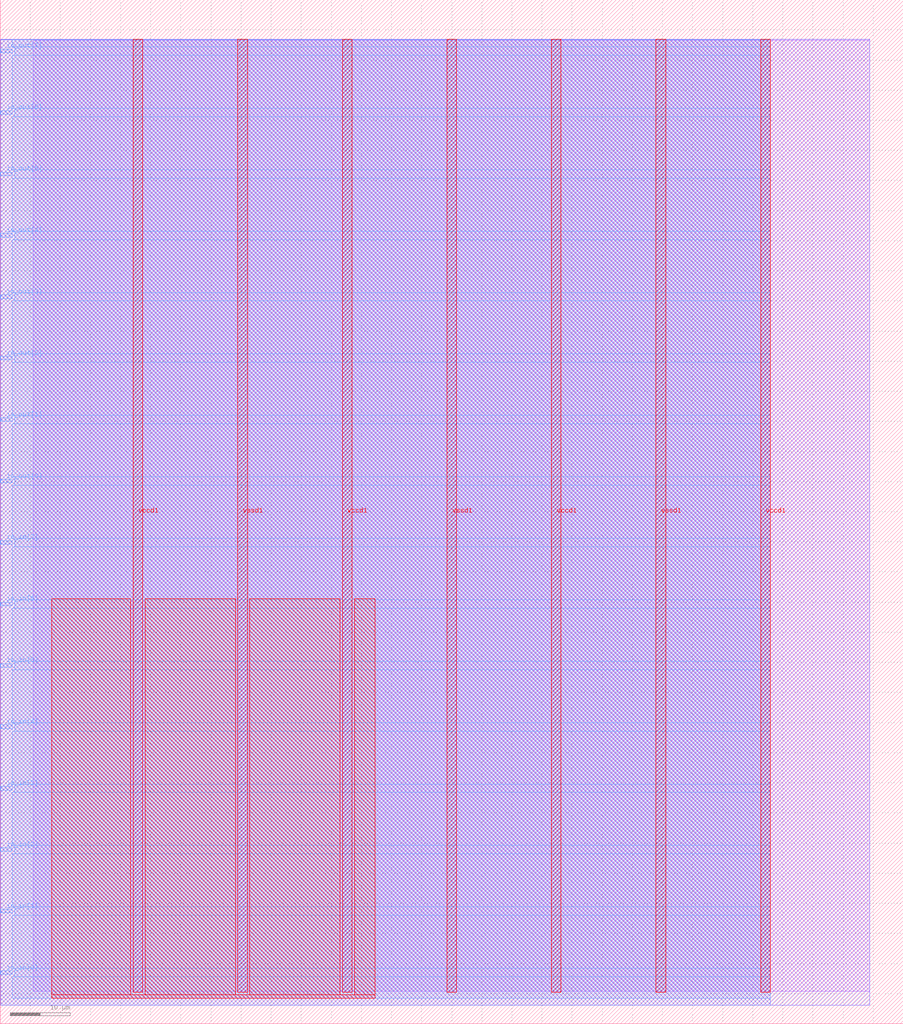
<source format=lef>
VERSION 5.7 ;
  NOWIREEXTENSIONATPIN ON ;
  DIVIDERCHAR "/" ;
  BUSBITCHARS "[]" ;
MACRO meriac_tt02_play_tune
  CLASS BLOCK ;
  FOREIGN meriac_tt02_play_tune ;
  ORIGIN 0.000 0.000 ;
  SIZE 150.000 BY 170.000 ;
  PIN io_in[0]
    DIRECTION INPUT ;
    USE SIGNAL ;
    PORT
      LAYER met3 ;
        RECT 0.000 8.200 2.000 8.800 ;
    END
  END io_in[0]
  PIN io_in[1]
    DIRECTION INPUT ;
    USE SIGNAL ;
    PORT
      LAYER met3 ;
        RECT 0.000 18.400 2.000 19.000 ;
    END
  END io_in[1]
  PIN io_in[2]
    DIRECTION INPUT ;
    USE SIGNAL ;
    PORT
      LAYER met3 ;
        RECT 0.000 28.600 2.000 29.200 ;
    END
  END io_in[2]
  PIN io_in[3]
    DIRECTION INPUT ;
    USE SIGNAL ;
    PORT
      LAYER met3 ;
        RECT 0.000 38.800 2.000 39.400 ;
    END
  END io_in[3]
  PIN io_in[4]
    DIRECTION INPUT ;
    USE SIGNAL ;
    PORT
      LAYER met3 ;
        RECT 0.000 49.000 2.000 49.600 ;
    END
  END io_in[4]
  PIN io_in[5]
    DIRECTION INPUT ;
    USE SIGNAL ;
    PORT
      LAYER met3 ;
        RECT 0.000 59.200 2.000 59.800 ;
    END
  END io_in[5]
  PIN io_in[6]
    DIRECTION INPUT ;
    USE SIGNAL ;
    PORT
      LAYER met3 ;
        RECT 0.000 69.400 2.000 70.000 ;
    END
  END io_in[6]
  PIN io_in[7]
    DIRECTION INPUT ;
    USE SIGNAL ;
    PORT
      LAYER met3 ;
        RECT 0.000 79.600 2.000 80.200 ;
    END
  END io_in[7]
  PIN io_out[0]
    DIRECTION OUTPUT TRISTATE ;
    USE SIGNAL ;
    PORT
      LAYER met3 ;
        RECT 0.000 89.800 2.000 90.400 ;
    END
  END io_out[0]
  PIN io_out[1]
    DIRECTION OUTPUT TRISTATE ;
    USE SIGNAL ;
    PORT
      LAYER met3 ;
        RECT 0.000 100.000 2.000 100.600 ;
    END
  END io_out[1]
  PIN io_out[2]
    DIRECTION OUTPUT TRISTATE ;
    USE SIGNAL ;
    PORT
      LAYER met3 ;
        RECT 0.000 110.200 2.000 110.800 ;
    END
  END io_out[2]
  PIN io_out[3]
    DIRECTION OUTPUT TRISTATE ;
    USE SIGNAL ;
    PORT
      LAYER met3 ;
        RECT 0.000 120.400 2.000 121.000 ;
    END
  END io_out[3]
  PIN io_out[4]
    DIRECTION OUTPUT TRISTATE ;
    USE SIGNAL ;
    PORT
      LAYER met3 ;
        RECT 0.000 130.600 2.000 131.200 ;
    END
  END io_out[4]
  PIN io_out[5]
    DIRECTION OUTPUT TRISTATE ;
    USE SIGNAL ;
    PORT
      LAYER met3 ;
        RECT 0.000 140.800 2.000 141.400 ;
    END
  END io_out[5]
  PIN io_out[6]
    DIRECTION OUTPUT TRISTATE ;
    USE SIGNAL ;
    PORT
      LAYER met3 ;
        RECT 0.000 151.000 2.000 151.600 ;
    END
  END io_out[6]
  PIN io_out[7]
    DIRECTION OUTPUT TRISTATE ;
    USE SIGNAL ;
    PORT
      LAYER met3 ;
        RECT 0.000 161.200 2.000 161.800 ;
    END
  END io_out[7]
  PIN vccd1
    DIRECTION INOUT ;
    USE POWER ;
    PORT
      LAYER met4 ;
        RECT 22.090 5.200 23.690 163.440 ;
    END
    PORT
      LAYER met4 ;
        RECT 56.830 5.200 58.430 163.440 ;
    END
    PORT
      LAYER met4 ;
        RECT 91.570 5.200 93.170 163.440 ;
    END
    PORT
      LAYER met4 ;
        RECT 126.310 5.200 127.910 163.440 ;
    END
  END vccd1
  PIN vssd1
    DIRECTION INOUT ;
    USE GROUND ;
    PORT
      LAYER met4 ;
        RECT 39.460 5.200 41.060 163.440 ;
    END
    PORT
      LAYER met4 ;
        RECT 74.200 5.200 75.800 163.440 ;
    END
    PORT
      LAYER met4 ;
        RECT 108.940 5.200 110.540 163.440 ;
    END
  END vssd1
  OBS
      LAYER li1 ;
        RECT 5.520 5.355 144.440 163.285 ;
      LAYER met1 ;
        RECT 0.070 3.100 144.440 163.440 ;
      LAYER met2 ;
        RECT 0.100 3.070 127.880 163.385 ;
      LAYER met3 ;
        RECT 2.000 162.200 127.900 163.365 ;
        RECT 2.400 160.800 127.900 162.200 ;
        RECT 2.000 152.000 127.900 160.800 ;
        RECT 2.400 150.600 127.900 152.000 ;
        RECT 2.000 141.800 127.900 150.600 ;
        RECT 2.400 140.400 127.900 141.800 ;
        RECT 2.000 131.600 127.900 140.400 ;
        RECT 2.400 130.200 127.900 131.600 ;
        RECT 2.000 121.400 127.900 130.200 ;
        RECT 2.400 120.000 127.900 121.400 ;
        RECT 2.000 111.200 127.900 120.000 ;
        RECT 2.400 109.800 127.900 111.200 ;
        RECT 2.000 101.000 127.900 109.800 ;
        RECT 2.400 99.600 127.900 101.000 ;
        RECT 2.000 90.800 127.900 99.600 ;
        RECT 2.400 89.400 127.900 90.800 ;
        RECT 2.000 80.600 127.900 89.400 ;
        RECT 2.400 79.200 127.900 80.600 ;
        RECT 2.000 70.400 127.900 79.200 ;
        RECT 2.400 69.000 127.900 70.400 ;
        RECT 2.000 60.200 127.900 69.000 ;
        RECT 2.400 58.800 127.900 60.200 ;
        RECT 2.000 50.000 127.900 58.800 ;
        RECT 2.400 48.600 127.900 50.000 ;
        RECT 2.000 39.800 127.900 48.600 ;
        RECT 2.400 38.400 127.900 39.800 ;
        RECT 2.000 29.600 127.900 38.400 ;
        RECT 2.400 28.200 127.900 29.600 ;
        RECT 2.000 19.400 127.900 28.200 ;
        RECT 2.400 18.000 127.900 19.400 ;
        RECT 2.000 9.200 127.900 18.000 ;
        RECT 2.400 7.800 127.900 9.200 ;
        RECT 2.000 4.255 127.900 7.800 ;
      LAYER met4 ;
        RECT 8.575 4.800 21.690 70.545 ;
        RECT 24.090 4.800 39.060 70.545 ;
        RECT 41.460 4.800 56.430 70.545 ;
        RECT 58.830 4.800 62.265 70.545 ;
        RECT 8.575 4.255 62.265 4.800 ;
  END
END meriac_tt02_play_tune
END LIBRARY


</source>
